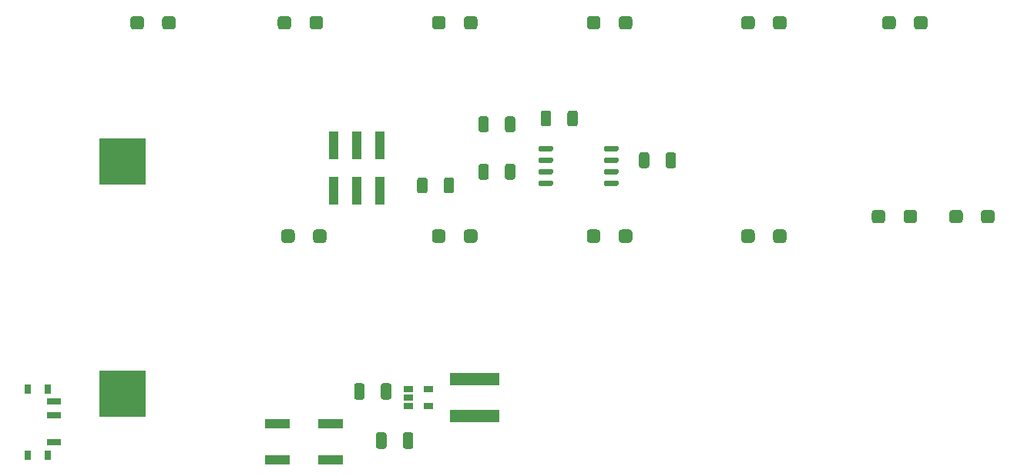
<source format=gbp>
G04 #@! TF.GenerationSoftware,KiCad,Pcbnew,(5.1.10)-1*
G04 #@! TF.CreationDate,2021-11-19T12:31:30+00:00*
G04 #@! TF.ProjectId,Bus Ornament,42757320-4f72-46e6-916d-656e742e6b69,rev?*
G04 #@! TF.SameCoordinates,Original*
G04 #@! TF.FileFunction,Paste,Bot*
G04 #@! TF.FilePolarity,Positive*
%FSLAX46Y46*%
G04 Gerber Fmt 4.6, Leading zero omitted, Abs format (unit mm)*
G04 Created by KiCad (PCBNEW (5.1.10)-1) date 2021-11-19 12:31:30*
%MOMM*%
%LPD*%
G01*
G04 APERTURE LIST*
%ADD10R,5.100000X5.100000*%
%ADD11R,1.500000X0.700000*%
%ADD12R,0.800000X1.000000*%
%ADD13R,2.800000X1.000000*%
%ADD14R,5.500000X1.430000*%
%ADD15R,1.060000X0.650000*%
%ADD16R,1.000000X3.150000*%
G04 APERTURE END LIST*
D10*
X68961000Y-101627000D03*
X68961000Y-127227000D03*
D11*
X61450200Y-132552000D03*
X61450200Y-129552000D03*
X61450200Y-128052000D03*
D12*
X58590200Y-133952000D03*
X58590200Y-126652000D03*
X60800200Y-126652000D03*
X60800200Y-133952000D03*
D13*
X91825400Y-130511800D03*
X86025400Y-130511800D03*
X91825400Y-134511800D03*
X86025400Y-134511800D03*
G36*
G01*
X89519000Y-86735000D02*
X89519000Y-85985000D01*
G75*
G02*
X89894000Y-85610000I375000J0D01*
G01*
X90644000Y-85610000D01*
G75*
G02*
X91019000Y-85985000I0J-375000D01*
G01*
X91019000Y-86735000D01*
G75*
G02*
X90644000Y-87110000I-375000J0D01*
G01*
X89894000Y-87110000D01*
G75*
G02*
X89519000Y-86735000I0J375000D01*
G01*
G37*
G36*
G01*
X86019000Y-86735000D02*
X86019000Y-85985000D01*
G75*
G02*
X86394000Y-85610000I375000J0D01*
G01*
X87144000Y-85610000D01*
G75*
G02*
X87519000Y-85985000I0J-375000D01*
G01*
X87519000Y-86735000D01*
G75*
G02*
X87144000Y-87110000I-375000J0D01*
G01*
X86394000Y-87110000D01*
G75*
G02*
X86019000Y-86735000I0J375000D01*
G01*
G37*
D14*
X107696000Y-125589600D03*
X107696000Y-129629600D03*
D15*
X102573000Y-128585000D03*
X102573000Y-126685000D03*
X100373000Y-126685000D03*
X100373000Y-127635000D03*
X100373000Y-128585000D03*
G36*
G01*
X95569200Y-126299199D02*
X95569200Y-127599201D01*
G75*
G02*
X95319201Y-127849200I-249999J0D01*
G01*
X94669199Y-127849200D01*
G75*
G02*
X94419200Y-127599201I0J249999D01*
G01*
X94419200Y-126299199D01*
G75*
G02*
X94669199Y-126049200I249999J0D01*
G01*
X95319201Y-126049200D01*
G75*
G02*
X95569200Y-126299199I0J-249999D01*
G01*
G37*
G36*
G01*
X98519200Y-126299199D02*
X98519200Y-127599201D01*
G75*
G02*
X98269201Y-127849200I-249999J0D01*
G01*
X97619199Y-127849200D01*
G75*
G02*
X97369200Y-127599201I0J249999D01*
G01*
X97369200Y-126299199D01*
G75*
G02*
X97619199Y-126049200I249999J0D01*
G01*
X98269201Y-126049200D01*
G75*
G02*
X98519200Y-126299199I0J-249999D01*
G01*
G37*
G36*
G01*
X97980400Y-131709399D02*
X97980400Y-133009401D01*
G75*
G02*
X97730401Y-133259400I-249999J0D01*
G01*
X97080399Y-133259400D01*
G75*
G02*
X96830400Y-133009401I0J249999D01*
G01*
X96830400Y-131709399D01*
G75*
G02*
X97080399Y-131459400I249999J0D01*
G01*
X97730401Y-131459400D01*
G75*
G02*
X97980400Y-131709399I0J-249999D01*
G01*
G37*
G36*
G01*
X100930400Y-131709399D02*
X100930400Y-133009401D01*
G75*
G02*
X100680401Y-133259400I-249999J0D01*
G01*
X100030399Y-133259400D01*
G75*
G02*
X99780400Y-133009401I0J249999D01*
G01*
X99780400Y-131709399D01*
G75*
G02*
X100030399Y-131459400I249999J0D01*
G01*
X100680401Y-131459400D01*
G75*
G02*
X100930400Y-131709399I0J-249999D01*
G01*
G37*
G36*
G01*
X73326500Y-86735000D02*
X73326500Y-85985000D01*
G75*
G02*
X73701500Y-85610000I375000J0D01*
G01*
X74451500Y-85610000D01*
G75*
G02*
X74826500Y-85985000I0J-375000D01*
G01*
X74826500Y-86735000D01*
G75*
G02*
X74451500Y-87110000I-375000J0D01*
G01*
X73701500Y-87110000D01*
G75*
G02*
X73326500Y-86735000I0J375000D01*
G01*
G37*
G36*
G01*
X69826500Y-86735000D02*
X69826500Y-85985000D01*
G75*
G02*
X70201500Y-85610000I375000J0D01*
G01*
X70951500Y-85610000D01*
G75*
G02*
X71326500Y-85985000I0J-375000D01*
G01*
X71326500Y-86735000D01*
G75*
G02*
X70951500Y-87110000I-375000J0D01*
G01*
X70201500Y-87110000D01*
G75*
G02*
X69826500Y-86735000I0J375000D01*
G01*
G37*
G36*
G01*
X106473500Y-86735000D02*
X106473500Y-85985000D01*
G75*
G02*
X106848500Y-85610000I375000J0D01*
G01*
X107598500Y-85610000D01*
G75*
G02*
X107973500Y-85985000I0J-375000D01*
G01*
X107973500Y-86735000D01*
G75*
G02*
X107598500Y-87110000I-375000J0D01*
G01*
X106848500Y-87110000D01*
G75*
G02*
X106473500Y-86735000I0J375000D01*
G01*
G37*
G36*
G01*
X102973500Y-86735000D02*
X102973500Y-85985000D01*
G75*
G02*
X103348500Y-85610000I375000J0D01*
G01*
X104098500Y-85610000D01*
G75*
G02*
X104473500Y-85985000I0J-375000D01*
G01*
X104473500Y-86735000D01*
G75*
G02*
X104098500Y-87110000I-375000J0D01*
G01*
X103348500Y-87110000D01*
G75*
G02*
X102973500Y-86735000I0J375000D01*
G01*
G37*
G36*
G01*
X123491500Y-86735000D02*
X123491500Y-85985000D01*
G75*
G02*
X123866500Y-85610000I375000J0D01*
G01*
X124616500Y-85610000D01*
G75*
G02*
X124991500Y-85985000I0J-375000D01*
G01*
X124991500Y-86735000D01*
G75*
G02*
X124616500Y-87110000I-375000J0D01*
G01*
X123866500Y-87110000D01*
G75*
G02*
X123491500Y-86735000I0J375000D01*
G01*
G37*
G36*
G01*
X119991500Y-86735000D02*
X119991500Y-85985000D01*
G75*
G02*
X120366500Y-85610000I375000J0D01*
G01*
X121116500Y-85610000D01*
G75*
G02*
X121491500Y-85985000I0J-375000D01*
G01*
X121491500Y-86735000D01*
G75*
G02*
X121116500Y-87110000I-375000J0D01*
G01*
X120366500Y-87110000D01*
G75*
G02*
X119991500Y-86735000I0J375000D01*
G01*
G37*
G36*
G01*
X140446000Y-86735000D02*
X140446000Y-85985000D01*
G75*
G02*
X140821000Y-85610000I375000J0D01*
G01*
X141571000Y-85610000D01*
G75*
G02*
X141946000Y-85985000I0J-375000D01*
G01*
X141946000Y-86735000D01*
G75*
G02*
X141571000Y-87110000I-375000J0D01*
G01*
X140821000Y-87110000D01*
G75*
G02*
X140446000Y-86735000I0J375000D01*
G01*
G37*
G36*
G01*
X136946000Y-86735000D02*
X136946000Y-85985000D01*
G75*
G02*
X137321000Y-85610000I375000J0D01*
G01*
X138071000Y-85610000D01*
G75*
G02*
X138446000Y-85985000I0J-375000D01*
G01*
X138446000Y-86735000D01*
G75*
G02*
X138071000Y-87110000I-375000J0D01*
G01*
X137321000Y-87110000D01*
G75*
G02*
X136946000Y-86735000I0J375000D01*
G01*
G37*
G36*
G01*
X155940000Y-86735000D02*
X155940000Y-85985000D01*
G75*
G02*
X156315000Y-85610000I375000J0D01*
G01*
X157065000Y-85610000D01*
G75*
G02*
X157440000Y-85985000I0J-375000D01*
G01*
X157440000Y-86735000D01*
G75*
G02*
X157065000Y-87110000I-375000J0D01*
G01*
X156315000Y-87110000D01*
G75*
G02*
X155940000Y-86735000I0J375000D01*
G01*
G37*
G36*
G01*
X152440000Y-86735000D02*
X152440000Y-85985000D01*
G75*
G02*
X152815000Y-85610000I375000J0D01*
G01*
X153565000Y-85610000D01*
G75*
G02*
X153940000Y-85985000I0J-375000D01*
G01*
X153940000Y-86735000D01*
G75*
G02*
X153565000Y-87110000I-375000J0D01*
G01*
X152815000Y-87110000D01*
G75*
G02*
X152440000Y-86735000I0J375000D01*
G01*
G37*
G36*
G01*
X89900000Y-110230000D02*
X89900000Y-109480000D01*
G75*
G02*
X90275000Y-109105000I375000J0D01*
G01*
X91025000Y-109105000D01*
G75*
G02*
X91400000Y-109480000I0J-375000D01*
G01*
X91400000Y-110230000D01*
G75*
G02*
X91025000Y-110605000I-375000J0D01*
G01*
X90275000Y-110605000D01*
G75*
G02*
X89900000Y-110230000I0J375000D01*
G01*
G37*
G36*
G01*
X86400000Y-110230000D02*
X86400000Y-109480000D01*
G75*
G02*
X86775000Y-109105000I375000J0D01*
G01*
X87525000Y-109105000D01*
G75*
G02*
X87900000Y-109480000I0J-375000D01*
G01*
X87900000Y-110230000D01*
G75*
G02*
X87525000Y-110605000I-375000J0D01*
G01*
X86775000Y-110605000D01*
G75*
G02*
X86400000Y-110230000I0J375000D01*
G01*
G37*
G36*
G01*
X106473500Y-110230000D02*
X106473500Y-109480000D01*
G75*
G02*
X106848500Y-109105000I375000J0D01*
G01*
X107598500Y-109105000D01*
G75*
G02*
X107973500Y-109480000I0J-375000D01*
G01*
X107973500Y-110230000D01*
G75*
G02*
X107598500Y-110605000I-375000J0D01*
G01*
X106848500Y-110605000D01*
G75*
G02*
X106473500Y-110230000I0J375000D01*
G01*
G37*
G36*
G01*
X102973500Y-110230000D02*
X102973500Y-109480000D01*
G75*
G02*
X103348500Y-109105000I375000J0D01*
G01*
X104098500Y-109105000D01*
G75*
G02*
X104473500Y-109480000I0J-375000D01*
G01*
X104473500Y-110230000D01*
G75*
G02*
X104098500Y-110605000I-375000J0D01*
G01*
X103348500Y-110605000D01*
G75*
G02*
X102973500Y-110230000I0J375000D01*
G01*
G37*
G36*
G01*
X123491500Y-110230000D02*
X123491500Y-109480000D01*
G75*
G02*
X123866500Y-109105000I375000J0D01*
G01*
X124616500Y-109105000D01*
G75*
G02*
X124991500Y-109480000I0J-375000D01*
G01*
X124991500Y-110230000D01*
G75*
G02*
X124616500Y-110605000I-375000J0D01*
G01*
X123866500Y-110605000D01*
G75*
G02*
X123491500Y-110230000I0J375000D01*
G01*
G37*
G36*
G01*
X119991500Y-110230000D02*
X119991500Y-109480000D01*
G75*
G02*
X120366500Y-109105000I375000J0D01*
G01*
X121116500Y-109105000D01*
G75*
G02*
X121491500Y-109480000I0J-375000D01*
G01*
X121491500Y-110230000D01*
G75*
G02*
X121116500Y-110605000I-375000J0D01*
G01*
X120366500Y-110605000D01*
G75*
G02*
X119991500Y-110230000I0J375000D01*
G01*
G37*
G36*
G01*
X140446000Y-110230000D02*
X140446000Y-109480000D01*
G75*
G02*
X140821000Y-109105000I375000J0D01*
G01*
X141571000Y-109105000D01*
G75*
G02*
X141946000Y-109480000I0J-375000D01*
G01*
X141946000Y-110230000D01*
G75*
G02*
X141571000Y-110605000I-375000J0D01*
G01*
X140821000Y-110605000D01*
G75*
G02*
X140446000Y-110230000I0J375000D01*
G01*
G37*
G36*
G01*
X136946000Y-110230000D02*
X136946000Y-109480000D01*
G75*
G02*
X137321000Y-109105000I375000J0D01*
G01*
X138071000Y-109105000D01*
G75*
G02*
X138446000Y-109480000I0J-375000D01*
G01*
X138446000Y-110230000D01*
G75*
G02*
X138071000Y-110605000I-375000J0D01*
G01*
X137321000Y-110605000D01*
G75*
G02*
X136946000Y-110230000I0J375000D01*
G01*
G37*
G36*
G01*
X154797000Y-108071000D02*
X154797000Y-107321000D01*
G75*
G02*
X155172000Y-106946000I375000J0D01*
G01*
X155922000Y-106946000D01*
G75*
G02*
X156297000Y-107321000I0J-375000D01*
G01*
X156297000Y-108071000D01*
G75*
G02*
X155922000Y-108446000I-375000J0D01*
G01*
X155172000Y-108446000D01*
G75*
G02*
X154797000Y-108071000I0J375000D01*
G01*
G37*
G36*
G01*
X151297000Y-108071000D02*
X151297000Y-107321000D01*
G75*
G02*
X151672000Y-106946000I375000J0D01*
G01*
X152422000Y-106946000D01*
G75*
G02*
X152797000Y-107321000I0J-375000D01*
G01*
X152797000Y-108071000D01*
G75*
G02*
X152422000Y-108446000I-375000J0D01*
G01*
X151672000Y-108446000D01*
G75*
G02*
X151297000Y-108071000I0J375000D01*
G01*
G37*
G36*
G01*
X163306000Y-108071000D02*
X163306000Y-107321000D01*
G75*
G02*
X163681000Y-106946000I375000J0D01*
G01*
X164431000Y-106946000D01*
G75*
G02*
X164806000Y-107321000I0J-375000D01*
G01*
X164806000Y-108071000D01*
G75*
G02*
X164431000Y-108446000I-375000J0D01*
G01*
X163681000Y-108446000D01*
G75*
G02*
X163306000Y-108071000I0J375000D01*
G01*
G37*
G36*
G01*
X159806000Y-108071000D02*
X159806000Y-107321000D01*
G75*
G02*
X160181000Y-106946000I375000J0D01*
G01*
X160931000Y-106946000D01*
G75*
G02*
X161306000Y-107321000I0J-375000D01*
G01*
X161306000Y-108071000D01*
G75*
G02*
X160931000Y-108446000I-375000J0D01*
G01*
X160181000Y-108446000D01*
G75*
G02*
X159806000Y-108071000I0J375000D01*
G01*
G37*
G36*
G01*
X102478000Y-103641999D02*
X102478000Y-104892001D01*
G75*
G02*
X102228001Y-105142000I-249999J0D01*
G01*
X101602999Y-105142000D01*
G75*
G02*
X101353000Y-104892001I0J249999D01*
G01*
X101353000Y-103641999D01*
G75*
G02*
X101602999Y-103392000I249999J0D01*
G01*
X102228001Y-103392000D01*
G75*
G02*
X102478000Y-103641999I0J-249999D01*
G01*
G37*
G36*
G01*
X105403000Y-103641999D02*
X105403000Y-104892001D01*
G75*
G02*
X105153001Y-105142000I-249999J0D01*
G01*
X104527999Y-105142000D01*
G75*
G02*
X104278000Y-104892001I0J249999D01*
G01*
X104278000Y-103641999D01*
G75*
G02*
X104527999Y-103392000I249999J0D01*
G01*
X105153001Y-103392000D01*
G75*
G02*
X105403000Y-103641999I0J-249999D01*
G01*
G37*
D16*
X97282000Y-104887000D03*
X97282000Y-99837000D03*
X94742000Y-104887000D03*
X94742000Y-99837000D03*
X92202000Y-104887000D03*
X92202000Y-99837000D03*
G36*
G01*
X111009000Y-98161001D02*
X111009000Y-96910999D01*
G75*
G02*
X111258999Y-96661000I249999J0D01*
G01*
X111884001Y-96661000D01*
G75*
G02*
X112134000Y-96910999I0J-249999D01*
G01*
X112134000Y-98161001D01*
G75*
G02*
X111884001Y-98411000I-249999J0D01*
G01*
X111258999Y-98411000D01*
G75*
G02*
X111009000Y-98161001I0J249999D01*
G01*
G37*
G36*
G01*
X108084000Y-98161001D02*
X108084000Y-96910999D01*
G75*
G02*
X108333999Y-96661000I249999J0D01*
G01*
X108959001Y-96661000D01*
G75*
G02*
X109209000Y-96910999I0J-249999D01*
G01*
X109209000Y-98161001D01*
G75*
G02*
X108959001Y-98411000I-249999J0D01*
G01*
X108333999Y-98411000D01*
G75*
G02*
X108084000Y-98161001I0J249999D01*
G01*
G37*
G36*
G01*
X126862000Y-100873399D02*
X126862000Y-102123401D01*
G75*
G02*
X126612001Y-102373400I-249999J0D01*
G01*
X125986999Y-102373400D01*
G75*
G02*
X125737000Y-102123401I0J249999D01*
G01*
X125737000Y-100873399D01*
G75*
G02*
X125986999Y-100623400I249999J0D01*
G01*
X126612001Y-100623400D01*
G75*
G02*
X126862000Y-100873399I0J-249999D01*
G01*
G37*
G36*
G01*
X129787000Y-100873399D02*
X129787000Y-102123401D01*
G75*
G02*
X129537001Y-102373400I-249999J0D01*
G01*
X128911999Y-102373400D01*
G75*
G02*
X128662000Y-102123401I0J249999D01*
G01*
X128662000Y-100873399D01*
G75*
G02*
X128911999Y-100623400I249999J0D01*
G01*
X129537001Y-100623400D01*
G75*
G02*
X129787000Y-100873399I0J-249999D01*
G01*
G37*
G36*
G01*
X116067000Y-96275999D02*
X116067000Y-97526001D01*
G75*
G02*
X115817001Y-97776000I-249999J0D01*
G01*
X115191999Y-97776000D01*
G75*
G02*
X114942000Y-97526001I0J249999D01*
G01*
X114942000Y-96275999D01*
G75*
G02*
X115191999Y-96026000I249999J0D01*
G01*
X115817001Y-96026000D01*
G75*
G02*
X116067000Y-96275999I0J-249999D01*
G01*
G37*
G36*
G01*
X118992000Y-96275999D02*
X118992000Y-97526001D01*
G75*
G02*
X118742001Y-97776000I-249999J0D01*
G01*
X118116999Y-97776000D01*
G75*
G02*
X117867000Y-97526001I0J249999D01*
G01*
X117867000Y-96275999D01*
G75*
G02*
X118116999Y-96026000I249999J0D01*
G01*
X118742001Y-96026000D01*
G75*
G02*
X118992000Y-96275999I0J-249999D01*
G01*
G37*
G36*
G01*
X111009000Y-103393401D02*
X111009000Y-102143399D01*
G75*
G02*
X111258999Y-101893400I249999J0D01*
G01*
X111884001Y-101893400D01*
G75*
G02*
X112134000Y-102143399I0J-249999D01*
G01*
X112134000Y-103393401D01*
G75*
G02*
X111884001Y-103643400I-249999J0D01*
G01*
X111258999Y-103643400D01*
G75*
G02*
X111009000Y-103393401I0J249999D01*
G01*
G37*
G36*
G01*
X108084000Y-103393401D02*
X108084000Y-102143399D01*
G75*
G02*
X108333999Y-101893400I249999J0D01*
G01*
X108959001Y-101893400D01*
G75*
G02*
X109209000Y-102143399I0J-249999D01*
G01*
X109209000Y-103393401D01*
G75*
G02*
X108959001Y-103643400I-249999J0D01*
G01*
X108333999Y-103643400D01*
G75*
G02*
X108084000Y-103393401I0J249999D01*
G01*
G37*
G36*
G01*
X116275200Y-100078400D02*
X116275200Y-100378400D01*
G75*
G02*
X116125200Y-100528400I-150000J0D01*
G01*
X114825200Y-100528400D01*
G75*
G02*
X114675200Y-100378400I0J150000D01*
G01*
X114675200Y-100078400D01*
G75*
G02*
X114825200Y-99928400I150000J0D01*
G01*
X116125200Y-99928400D01*
G75*
G02*
X116275200Y-100078400I0J-150000D01*
G01*
G37*
G36*
G01*
X116275200Y-101348400D02*
X116275200Y-101648400D01*
G75*
G02*
X116125200Y-101798400I-150000J0D01*
G01*
X114825200Y-101798400D01*
G75*
G02*
X114675200Y-101648400I0J150000D01*
G01*
X114675200Y-101348400D01*
G75*
G02*
X114825200Y-101198400I150000J0D01*
G01*
X116125200Y-101198400D01*
G75*
G02*
X116275200Y-101348400I0J-150000D01*
G01*
G37*
G36*
G01*
X116275200Y-102618400D02*
X116275200Y-102918400D01*
G75*
G02*
X116125200Y-103068400I-150000J0D01*
G01*
X114825200Y-103068400D01*
G75*
G02*
X114675200Y-102918400I0J150000D01*
G01*
X114675200Y-102618400D01*
G75*
G02*
X114825200Y-102468400I150000J0D01*
G01*
X116125200Y-102468400D01*
G75*
G02*
X116275200Y-102618400I0J-150000D01*
G01*
G37*
G36*
G01*
X116275200Y-103888400D02*
X116275200Y-104188400D01*
G75*
G02*
X116125200Y-104338400I-150000J0D01*
G01*
X114825200Y-104338400D01*
G75*
G02*
X114675200Y-104188400I0J150000D01*
G01*
X114675200Y-103888400D01*
G75*
G02*
X114825200Y-103738400I150000J0D01*
G01*
X116125200Y-103738400D01*
G75*
G02*
X116275200Y-103888400I0J-150000D01*
G01*
G37*
G36*
G01*
X123475200Y-103888400D02*
X123475200Y-104188400D01*
G75*
G02*
X123325200Y-104338400I-150000J0D01*
G01*
X122025200Y-104338400D01*
G75*
G02*
X121875200Y-104188400I0J150000D01*
G01*
X121875200Y-103888400D01*
G75*
G02*
X122025200Y-103738400I150000J0D01*
G01*
X123325200Y-103738400D01*
G75*
G02*
X123475200Y-103888400I0J-150000D01*
G01*
G37*
G36*
G01*
X123475200Y-102618400D02*
X123475200Y-102918400D01*
G75*
G02*
X123325200Y-103068400I-150000J0D01*
G01*
X122025200Y-103068400D01*
G75*
G02*
X121875200Y-102918400I0J150000D01*
G01*
X121875200Y-102618400D01*
G75*
G02*
X122025200Y-102468400I150000J0D01*
G01*
X123325200Y-102468400D01*
G75*
G02*
X123475200Y-102618400I0J-150000D01*
G01*
G37*
G36*
G01*
X123475200Y-101348400D02*
X123475200Y-101648400D01*
G75*
G02*
X123325200Y-101798400I-150000J0D01*
G01*
X122025200Y-101798400D01*
G75*
G02*
X121875200Y-101648400I0J150000D01*
G01*
X121875200Y-101348400D01*
G75*
G02*
X122025200Y-101198400I150000J0D01*
G01*
X123325200Y-101198400D01*
G75*
G02*
X123475200Y-101348400I0J-150000D01*
G01*
G37*
G36*
G01*
X123475200Y-100078400D02*
X123475200Y-100378400D01*
G75*
G02*
X123325200Y-100528400I-150000J0D01*
G01*
X122025200Y-100528400D01*
G75*
G02*
X121875200Y-100378400I0J150000D01*
G01*
X121875200Y-100078400D01*
G75*
G02*
X122025200Y-99928400I150000J0D01*
G01*
X123325200Y-99928400D01*
G75*
G02*
X123475200Y-100078400I0J-150000D01*
G01*
G37*
M02*

</source>
